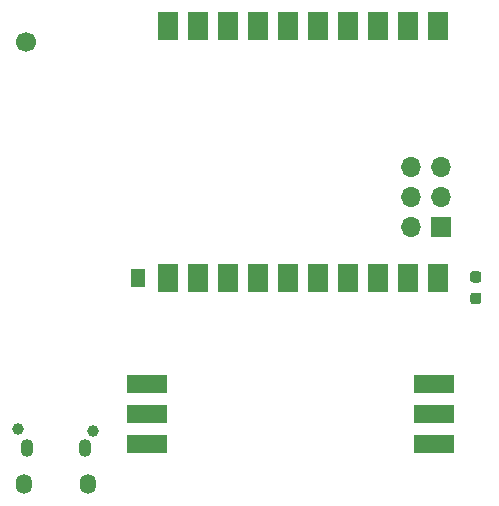
<source format=gbs>
G04 #@! TF.GenerationSoftware,KiCad,Pcbnew,5.1.10-88a1d61d58~90~ubuntu20.04.1*
G04 #@! TF.CreationDate,2021-08-08T16:04:40+03:00*
G04 #@! TF.ProjectId,GPS_keychain,4750535f-6b65-4796-9368-61696e2e6b69,rev?*
G04 #@! TF.SameCoordinates,Original*
G04 #@! TF.FileFunction,Soldermask,Bot*
G04 #@! TF.FilePolarity,Negative*
%FSLAX46Y46*%
G04 Gerber Fmt 4.6, Leading zero omitted, Abs format (unit mm)*
G04 Created by KiCad (PCBNEW 5.1.10-88a1d61d58~90~ubuntu20.04.1) date 2021-08-08 16:04:40*
%MOMM*%
%LPD*%
G01*
G04 APERTURE LIST*
%ADD10C,1.700000*%
%ADD11R,1.200000X1.600000*%
%ADD12R,1.800000X2.400000*%
%ADD13C,1.000000*%
%ADD14O,1.700000X1.700000*%
%ADD15R,1.700000X1.700000*%
%ADD16R,3.500000X1.500000*%
%ADD17O,1.350000X1.700000*%
%ADD18O,1.100000X1.500000*%
G04 APERTURE END LIST*
D10*
X192798700Y-113271300D03*
D11*
X202326240Y-133291580D03*
D12*
X204866240Y-133291580D03*
X207406240Y-133291580D03*
X209946240Y-133291580D03*
X212486240Y-133291580D03*
X215026240Y-133291580D03*
X217566240Y-133291580D03*
X222646240Y-133291580D03*
X225186240Y-133291580D03*
X227726240Y-133291580D03*
X227726240Y-111955580D03*
X225186240Y-111955580D03*
X222646240Y-111955580D03*
X220106240Y-111955580D03*
X217566240Y-111955580D03*
X215026240Y-111955580D03*
X212486240Y-111955580D03*
X209946240Y-111955580D03*
X207406240Y-111955580D03*
X204866240Y-111955580D03*
X220106240Y-133291580D03*
D13*
X198473060Y-146210020D03*
X192123060Y-146070320D03*
G36*
G01*
X231137500Y-133662500D02*
X230662500Y-133662500D01*
G75*
G02*
X230425000Y-133425000I0J237500D01*
G01*
X230425000Y-132925000D01*
G75*
G02*
X230662500Y-132687500I237500J0D01*
G01*
X231137500Y-132687500D01*
G75*
G02*
X231375000Y-132925000I0J-237500D01*
G01*
X231375000Y-133425000D01*
G75*
G02*
X231137500Y-133662500I-237500J0D01*
G01*
G37*
G36*
G01*
X231137500Y-135487500D02*
X230662500Y-135487500D01*
G75*
G02*
X230425000Y-135250000I0J237500D01*
G01*
X230425000Y-134750000D01*
G75*
G02*
X230662500Y-134512500I237500J0D01*
G01*
X231137500Y-134512500D01*
G75*
G02*
X231375000Y-134750000I0J-237500D01*
G01*
X231375000Y-135250000D01*
G75*
G02*
X231137500Y-135487500I-237500J0D01*
G01*
G37*
D14*
X225376740Y-123898660D03*
X227916740Y-123898660D03*
X225376740Y-126438660D03*
X227916740Y-126438660D03*
X225376740Y-128978660D03*
D15*
X227916740Y-128978660D03*
D16*
X203046000Y-142260000D03*
X203046000Y-144800000D03*
X203046000Y-147340000D03*
X227354000Y-142260000D03*
X227354000Y-144800000D03*
X227354000Y-147340000D03*
D17*
X198084060Y-150702520D03*
X192624060Y-150702520D03*
D18*
X197774060Y-147702520D03*
X192934060Y-147702520D03*
M02*

</source>
